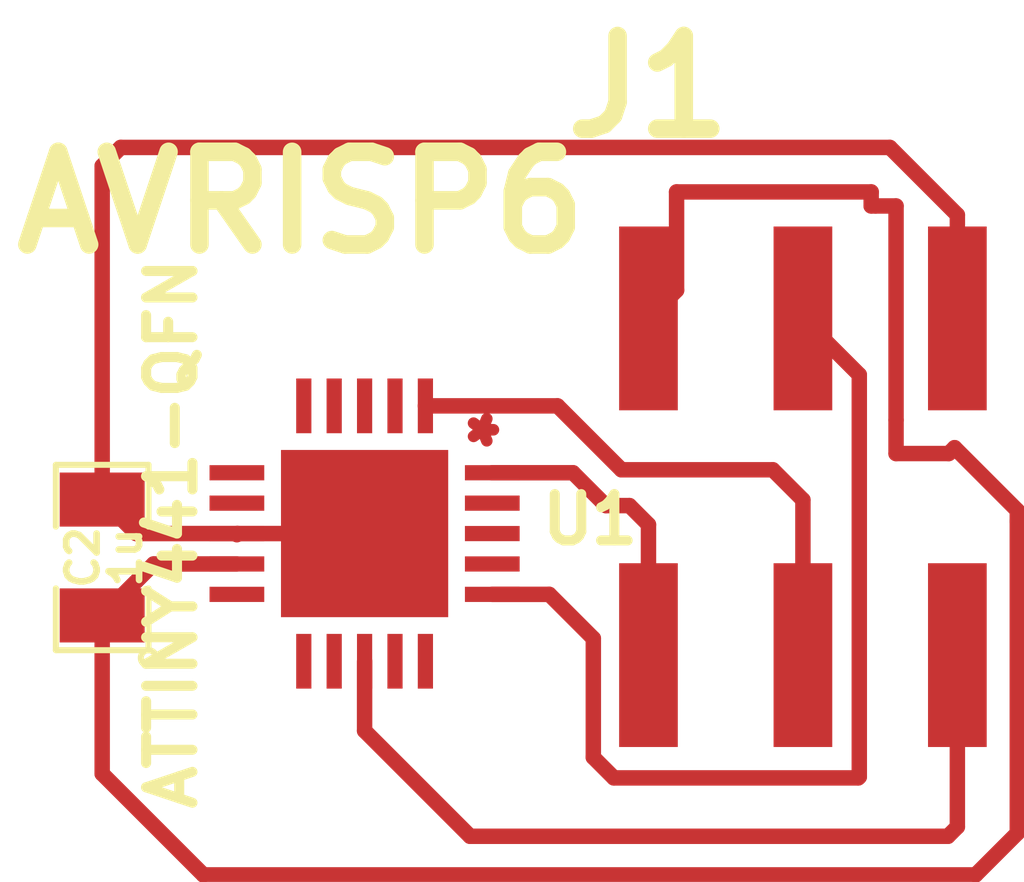
<source format=kicad_pcb>
(kicad_pcb (version 3) (host pcbnew "(2013-jul-07)-stable")

  (general
    (links 9)
    (no_connects 0)
    (area 0 0 0 0)
    (thickness 1.6)
    (drawings 1)
    (tracks 52)
    (zones 0)
    (modules 3)
    (nets 7)
  )

  (page User 139.7 139.7)
  (title_block 
    (title ATTiny44Tiny)
    (rev -)
  )

  (layers
    (15 F.Cu signal)
    (0 B.Cu signal)
    (16 B.Adhes user)
    (17 F.Adhes user)
    (18 B.Paste user)
    (19 F.Paste user)
    (20 B.SilkS user)
    (21 F.SilkS user)
    (22 B.Mask user)
    (23 F.Mask user)
    (24 Dwgs.User user)
    (25 Cmts.User user)
    (26 Eco1.User user)
    (27 Eco2.User user)
    (28 Edge.Cuts user)
  )

  (setup
    (last_trace_width 0.254)
    (trace_clearance 0.2286)
    (zone_clearance 0.508)
    (zone_45_only no)
    (trace_min 0.254)
    (segment_width 0.2)
    (edge_width 0.15)
    (via_size 0.889)
    (via_drill 0.635)
    (via_min_size 0.889)
    (via_min_drill 0.508)
    (uvia_size 0.508)
    (uvia_drill 0.127)
    (uvias_allowed no)
    (uvia_min_size 0.508)
    (uvia_min_drill 0.127)
    (pcb_text_width 0.3)
    (pcb_text_size 1.5 1.5)
    (mod_edge_width 0.15)
    (mod_text_size 1.5 1.5)
    (mod_text_width 0.15)
    (pad_size 1.524 1.524)
    (pad_drill 0.762)
    (pad_to_mask_clearance 0.2)
    (aux_axis_origin 0 0)
    (visible_elements FFFFFFBF)
    (pcbplotparams
      (layerselection 3178497)
      (usegerberextensions true)
      (excludeedgelayer true)
      (linewidth 0.100000)
      (plotframeref false)
      (viasonmask false)
      (mode 1)
      (useauxorigin false)
      (hpglpennumber 1)
      (hpglpenspeed 20)
      (hpglpendiameter 15)
      (hpglpenoverlay 2)
      (psnegative false)
      (psa4output false)
      (plotreference true)
      (plotvalue true)
      (plotothertext true)
      (plotinvisibletext false)
      (padsonsilk false)
      (subtractmaskfromsilk false)
      (outputformat 1)
      (mirror false)
      (drillshape 1)
      (scaleselection 1)
      (outputdirectory ""))
  )

  (net 0 "")
  (net 1 +5V)
  (net 2 GND)
  (net 3 MISO)
  (net 4 MOSI)
  (net 5 RST)
  (net 6 SCK)

  (net_class Default "This is the default net class."
    (clearance 0.2286)
    (trace_width 0.254)
    (via_dia 0.889)
    (via_drill 0.635)
    (uvia_dia 0.508)
    (uvia_drill 0.127)
    (add_net "")
    (add_net +5V)
    (add_net GND)
    (add_net MISO)
    (add_net MOSI)
    (add_net RST)
    (add_net SCK)
  )

  (module SM0805 (layer F.Cu) (tedit 5091495C) (tstamp 54E3B7EB)
    (at 68.9991 45.3771 90)
    (path /54D25909)
    (attr smd)
    (fp_text reference C2 (at 0 -0.3175 90) (layer F.SilkS)
      (effects (font (size 0.50038 0.50038) (thickness 0.10922)))
    )
    (fp_text value 1u (at 0 0.381 90) (layer F.SilkS)
      (effects (font (size 0.50038 0.50038) (thickness 0.10922)))
    )
    (fp_circle (center -1.651 0.762) (end -1.651 0.635) (layer F.SilkS) (width 0.09906))
    (fp_line (start -0.508 0.762) (end -1.524 0.762) (layer F.SilkS) (width 0.09906))
    (fp_line (start -1.524 0.762) (end -1.524 -0.762) (layer F.SilkS) (width 0.09906))
    (fp_line (start -1.524 -0.762) (end -0.508 -0.762) (layer F.SilkS) (width 0.09906))
    (fp_line (start 0.508 -0.762) (end 1.524 -0.762) (layer F.SilkS) (width 0.09906))
    (fp_line (start 1.524 -0.762) (end 1.524 0.762) (layer F.SilkS) (width 0.09906))
    (fp_line (start 1.524 0.762) (end 0.508 0.762) (layer F.SilkS) (width 0.09906))
    (pad 1 smd rect (at -0.9525 0 90) (size 0.889 1.397)
      (layers F.Cu F.Paste F.Mask)
      (net 1 +5V)
    )
    (pad 2 smd rect (at 0.9525 0 90) (size 0.889 1.397)
      (layers F.Cu F.Paste F.Mask)
      (net 2 GND)
    )
    (model smd/chip_cms.wrl
      (at (xyz 0 0 0))
      (scale (xyz 0.1 0.1 0.1))
      (rotate (xyz 0 0 0))
    )
  )

  (module RIBBON6SMT (layer F.Cu) (tedit 50FF1173) (tstamp 54E3B7F5)
    (at 77.98308 41.44518)
    (path /54D258DD)
    (fp_text reference J1 (at 0 -3.81) (layer F.SilkS)
      (effects (font (size 1.524 1.524) (thickness 0.3048)))
    )
    (fp_text value AVRISP6 (at -5.715 -1.905) (layer F.SilkS)
      (effects (font (size 1.524 1.524) (thickness 0.3048)))
    )
    (pad 2 smd rect (at 0 0) (size 0.9652 3.0226)
      (layers F.Cu F.Paste F.Mask)
      (net 1 +5V)
    )
    (pad 4 smd rect (at 2.54 0) (size 0.9652 3.0226)
      (layers F.Cu F.Paste F.Mask)
      (net 4 MOSI)
    )
    (pad 6 smd rect (at 5.08 0) (size 0.9652 3.0226)
      (layers F.Cu F.Paste F.Mask)
      (net 2 GND)
    )
    (pad 1 smd rect (at 0 5.5372) (size 0.9652 3.0226)
      (layers F.Cu F.Paste F.Mask)
      (net 3 MISO)
    )
    (pad 3 smd rect (at 2.54 5.5372) (size 0.9652 3.0226)
      (layers F.Cu F.Paste F.Mask)
      (net 6 SCK)
    )
    (pad 5 smd rect (at 5.08 5.5372) (size 0.9652 3.0226)
      (layers F.Cu F.Paste F.Mask)
      (net 5 RST)
    )
  )

  (module QFN20 (layer F.Cu) (tedit 54E3B8CF) (tstamp 54E3B80E)
    (at 73.31456 44.9834 270)
    (path /54D2587C)
    (fp_text reference U1 (at -0.23114 -3.7084 360) (layer F.SilkS)
      (effects (font (size 0.762 0.762) (thickness 0.1651)))
    )
    (fp_text value ATTINY441-QFN (at 0 3.175 270) (layer F.SilkS)
      (effects (font (size 0.762 0.762) (thickness 0.1651)))
    )
    (pad 21 smd rect (at 0 0 270) (size 2.75 2.75)
      (layers F.Cu F.Paste F.Mask)
      (net 2 GND)
    )
    (pad 1 smd rect (at -2.1 -1 270) (size 0.9 0.25)
      (layers F.Cu F.Paste F.Mask)
      (net 6 SCK)
    )
    (pad 2 smd rect (at -2.1 -0.5 270) (size 0.9 0.25)
      (layers F.Cu F.Paste F.Mask)
    )
    (pad 3 smd rect (at -2.1 0 270) (size 0.9 0.25)
      (layers F.Cu F.Paste F.Mask)
    )
    (pad 4 smd rect (at -2.1 0.5 270) (size 0.9 0.25)
      (layers F.Cu F.Paste F.Mask)
    )
    (pad 5 smd rect (at -2.1 1 270) (size 0.9 0.25)
      (layers F.Cu F.Paste F.Mask)
    )
    (pad 6 smd rect (at -1 2.1) (size 0.9 0.25)
      (layers F.Cu F.Paste F.Mask)
    )
    (pad 7 smd rect (at -0.5 2.1) (size 0.9 0.25)
      (layers F.Cu F.Paste F.Mask)
    )
    (pad 8 smd rect (at 0 2.1) (size 0.9 0.25)
      (layers F.Cu F.Paste F.Mask)
      (net 2 GND)
    )
    (pad 9 smd rect (at 0.5 2.1) (size 0.9 0.25)
      (layers F.Cu F.Paste F.Mask)
      (net 1 +5V)
    )
    (pad 10 smd rect (at 1 2.1) (size 0.9 0.25)
      (layers F.Cu F.Paste F.Mask)
    )
    (pad 11 smd rect (at 2.1 1 90) (size 0.9 0.25)
      (layers F.Cu F.Paste F.Mask)
    )
    (pad 12 smd rect (at 2.1 0.5 90) (size 0.9 0.25)
      (layers F.Cu F.Paste F.Mask)
    )
    (pad 13 smd rect (at 2.1 0 90) (size 0.9 0.25)
      (layers F.Cu F.Paste F.Mask)
      (net 5 RST)
    )
    (pad 14 smd rect (at 2.1 -0.5 90) (size 0.9 0.25)
      (layers F.Cu F.Paste F.Mask)
    )
    (pad 15 smd rect (at 2.1 -1 90) (size 0.9 0.25)
      (layers F.Cu F.Paste F.Mask)
    )
    (pad 16 smd rect (at 1 -2.1 180) (size 0.9 0.25)
      (layers F.Cu F.Paste F.Mask)
      (net 4 MOSI)
    )
    (pad 17 smd rect (at 0.5 -2.1 180) (size 0.9 0.25)
      (layers F.Cu F.Paste F.Mask)
    )
    (pad 18 smd rect (at 0 -2.1 180) (size 0.9 0.25)
      (layers F.Cu F.Paste F.Mask)
    )
    (pad 19 smd rect (at -0.5 -2.1 180) (size 0.9 0.25)
      (layers F.Cu F.Paste F.Mask)
    )
    (pad 20 smd rect (at -1 -2.1 180) (size 0.9 0.25)
      (layers F.Cu F.Paste F.Mask)
      (net 3 MISO)
    )
  )

  (gr_text * (at 75.01382 43.27652 270) (layer F.Cu)
    (effects (font (size 0.762 0.762) (thickness 0.1905)))
  )

  (segment (start 83.01736 43.57116) (end 82.92084 43.66768) (width 0.254) (layer F.Cu) (net 1))
  (segment (start 68.9991 48.9331) (end 70.6628 50.5968) (width 0.254) (layer F.Cu) (net 1) (tstamp 54E3B897))
  (segment (start 70.6628 50.5968) (end 83.3628 50.5968) (width 0.254) (layer F.Cu) (net 1) (tstamp 54E3B899))
  (segment (start 83.3628 50.5968) (end 84.0486 49.911) (width 0.254) (layer F.Cu) (net 1) (tstamp 54E3B89B))
  (segment (start 84.0486 49.911) (end 84.0486 44.7802) (width 0.254) (layer F.Cu) (net 1) (tstamp 54E3B89C))
  (segment (start 84.0486 44.7802) (end 84.0486 44.6024) (width 0.254) (layer F.Cu) (net 1) (tstamp 54E3B89E))
  (segment (start 84.0486 44.6024) (end 83.01736 43.57116) (width 0.254) (layer F.Cu) (net 1) (tstamp 54E3B89F))
  (segment (start 68.9991 46.3296) (end 68.9991 48.9331) (width 0.254) (layer F.Cu) (net 1) (status 400000))
  (segment (start 78.44536 40.9829) (end 77.98308 41.44518) (width 0.254) (layer F.Cu) (net 1) (tstamp 54E3B8B5) (status C00000))
  (segment (start 78.44536 39.36492) (end 78.44536 40.9829) (width 0.254) (layer F.Cu) (net 1) (tstamp 54E3B8B4) (status 800000))
  (segment (start 81.64576 39.36492) (end 78.44536 39.36492) (width 0.254) (layer F.Cu) (net 1) (tstamp 54E3B8B3))
  (segment (start 81.64576 39.59606) (end 81.64576 39.36492) (width 0.254) (layer F.Cu) (net 1) (tstamp 54E3B8B2))
  (segment (start 81.71688 39.59606) (end 81.64576 39.59606) (width 0.254) (layer F.Cu) (net 1) (tstamp 54E3B8B1))
  (segment (start 82.0547 39.59606) (end 81.71688 39.59606) (width 0.254) (layer F.Cu) (net 1) (tstamp 54E3B8B0))
  (segment (start 82.0547 43.1165) (end 82.0547 39.59606) (width 0.254) (layer F.Cu) (net 1) (tstamp 54E3B8AF))
  (segment (start 82.0547 43.66768) (end 82.0547 43.1165) (width 0.254) (layer F.Cu) (net 1) (tstamp 54E3B8AE))
  (segment (start 82.92084 43.66768) (end 82.0547 43.66768) (width 0.254) (layer F.Cu) (net 1) (tstamp 54E3B8AD))
  (segment (start 68.9991 46.3296) (end 69.8453 45.4834) (width 0.254) (layer F.Cu) (net 1))
  (segment (start 69.8453 45.4834) (end 71.21456 45.4834) (width 0.254) (layer F.Cu) (net 1) (tstamp 54E3B888))
  (segment (start 73.31456 44.9834) (end 71.231958 44.9834) (width 0.254) (layer F.Cu) (net 2) (status C00000))
  (segment (start 71.21456 45.000798) (end 71.21456 44.9834) (width 0.254) (layer F.Cu) (net 2) (tstamp 54E3B8C4) (status C00000))
  (segment (start 71.231958 44.9834) (end 71.21456 45.000798) (width 0.254) (layer F.Cu) (net 2) (tstamp 54E3B8C2) (status C00000))
  (segment (start 83.06308 41.44518) (end 83.06308 39.74338) (width 0.254) (layer F.Cu) (net 2) (status 400000))
  (segment (start 68.9991 38.9382) (end 68.9991 44.4246) (width 0.254) (layer F.Cu) (net 2) (tstamp 54E3B8BF) (status 800000))
  (segment (start 69.3039 38.6334) (end 68.9991 38.9382) (width 0.254) (layer F.Cu) (net 2) (tstamp 54E3B8BC))
  (segment (start 81.9531 38.6334) (end 69.3039 38.6334) (width 0.254) (layer F.Cu) (net 2) (tstamp 54E3B8BA))
  (segment (start 83.06308 39.74338) (end 81.9531 38.6334) (width 0.254) (layer F.Cu) (net 2) (tstamp 54E3B8B8))
  (segment (start 71.21456 44.9834) (end 69.5579 44.9834) (width 0.254) (layer F.Cu) (net 2))
  (segment (start 69.5579 44.9834) (end 68.9991 44.4246) (width 0.254) (layer F.Cu) (net 2) (tstamp 54E3B885))
  (segment (start 75.41456 43.9834) (end 76.74178 43.9834) (width 0.254) (layer F.Cu) (net 3))
  (segment (start 77.98308 44.83608) (end 77.98308 46.98238) (width 0.254) (layer F.Cu) (net 3) (tstamp 54E3B86E))
  (segment (start 77.67066 44.52366) (end 77.98308 44.83608) (width 0.254) (layer F.Cu) (net 3) (tstamp 54E3B86D))
  (segment (start 77.28204 44.52366) (end 77.67066 44.52366) (width 0.254) (layer F.Cu) (net 3) (tstamp 54E3B86C))
  (segment (start 76.74178 43.9834) (end 77.28204 44.52366) (width 0.254) (layer F.Cu) (net 3) (tstamp 54E3B86B))
  (segment (start 80.52308 41.44518) (end 81.45018 42.37228) (width 0.254) (layer F.Cu) (net 4) (status 400000))
  (segment (start 81.45018 42.37228) (end 81.45018 48.9839) (width 0.254) (layer F.Cu) (net 4) (tstamp 54E3B8A7))
  (segment (start 75.41456 45.9834) (end 76.35164 45.9834) (width 0.254) (layer F.Cu) (net 4))
  (segment (start 81.4324 49.00168) (end 81.45018 48.9839) (width 0.254) (layer F.Cu) (net 4) (tstamp 54E3B875))
  (segment (start 77.41412 49.00168) (end 81.4324 49.00168) (width 0.254) (layer F.Cu) (net 4) (tstamp 54E3B874))
  (segment (start 77.0763 48.66386) (end 77.41412 49.00168) (width 0.254) (layer F.Cu) (net 4) (tstamp 54E3B873))
  (segment (start 77.0763 46.70806) (end 77.0763 48.66386) (width 0.254) (layer F.Cu) (net 4) (tstamp 54E3B872))
  (segment (start 76.35164 45.9834) (end 77.0763 46.70806) (width 0.254) (layer F.Cu) (net 4) (tstamp 54E3B871))
  (segment (start 83.06308 46.98238) (end 83.06308 49.80686) (width 0.254) (layer F.Cu) (net 5))
  (segment (start 73.31456 48.22698) (end 73.31456 47.0834) (width 0.254) (layer F.Cu) (net 5) (tstamp 54E3B87F))
  (segment (start 75.04938 49.9618) (end 73.31456 48.22698) (width 0.254) (layer F.Cu) (net 5) (tstamp 54E3B87D))
  (segment (start 82.90814 49.9618) (end 75.04938 49.9618) (width 0.254) (layer F.Cu) (net 5) (tstamp 54E3B87C))
  (segment (start 83.06308 49.80686) (end 82.90814 49.9618) (width 0.254) (layer F.Cu) (net 5) (tstamp 54E3B87B))
  (segment (start 74.31456 42.8834) (end 76.4876 42.8834) (width 0.254) (layer F.Cu) (net 6))
  (segment (start 80.52308 44.42968) (end 80.52308 46.98238) (width 0.254) (layer F.Cu) (net 6) (tstamp 54E3B861))
  (segment (start 80.02778 43.93438) (end 80.52308 44.42968) (width 0.254) (layer F.Cu) (net 6) (tstamp 54E3B860))
  (segment (start 77.53858 43.93438) (end 80.02778 43.93438) (width 0.254) (layer F.Cu) (net 6) (tstamp 54E3B85E))
  (segment (start 76.4876 42.8834) (end 77.53858 43.93438) (width 0.254) (layer F.Cu) (net 6) (tstamp 54E3B85D))

)

</source>
